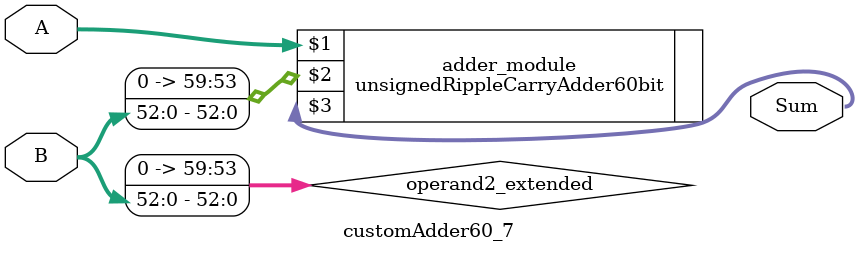
<source format=v>
module customAdder60_7(
                        input [59 : 0] A,
                        input [52 : 0] B,
                        
                        output [60 : 0] Sum
                );

        wire [59 : 0] operand2_extended;
        
        assign operand2_extended =  {7'b0, B};
        
        unsignedRippleCarryAdder60bit adder_module(
            A,
            operand2_extended,
            Sum
        );
        
        endmodule
        
</source>
